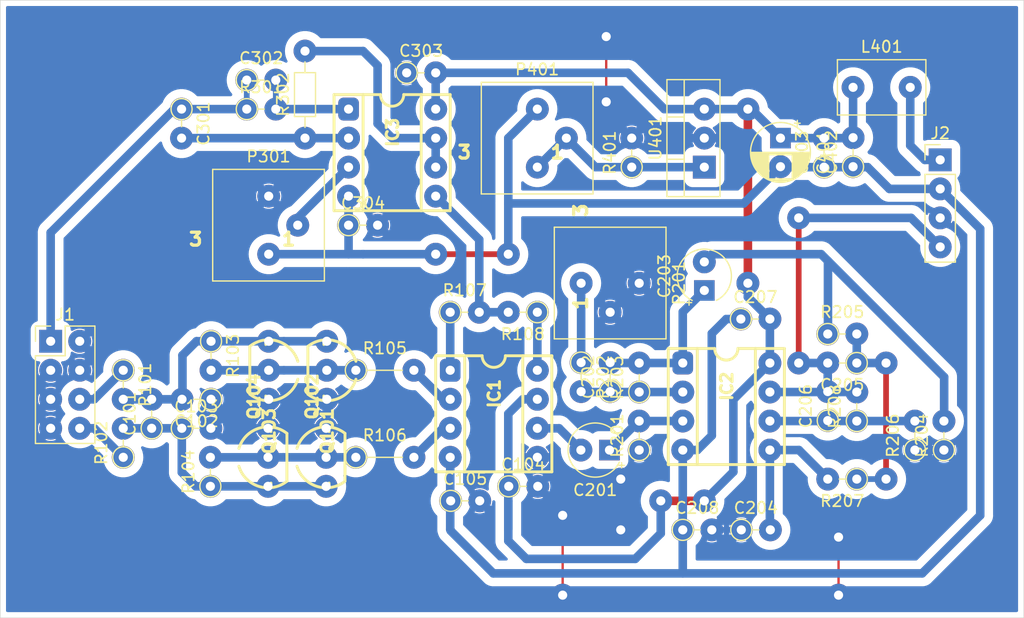
<source format=kicad_pcb>
(kicad_pcb (version 20221018) (generator pcbnew)
  (layers (0 "F.Cu" signal) (31 "B.Cu" signal) (34 "B.Paste" user) (35 "F.Paste" user) (36 "B.SilkS" user "B.Silkscreen") (37 "F.SilkS" user "F.Silkscreen") (38 "B.Mask" user) (39 "F.Mask" user) (44 "Edge.Cuts" user))
  (net 0 "")
  (net 1 "+5V")
  (net 2 "GND")
  (net 3 "VGND")
  (net 4 "RIGHT LEG")
  (net 5 "DC CHECK")
  (net 6 "OUT")
  (net 7 "cha1 +")
  (net 8 "cha1 -")
  (net 9 "VCC")
  (net 10 "Net-(Q102-C)")
  (net 11 "Net-(Q101-C)")
  (net 12 "Net-(C203-Pad2)")
  (net 13 "Net-(C302-Pad2)")
  (net 14 "Net-(P201-Pad1)")
  (net 15 "Net-(U401-ADJ)")
  (net 16 "Net-(Q101-B)")
  (net 17 "Net-(Q102-B)")
  (net 18 "Net-(IC2A-+IN)")
  (net 19 "Net-(IC2A--IN)")
  (net 20 "Net-(IC2A-OUT)")
  (net 21 "Net-(IC2B-+IN)")
  (net 22 "Net-(IC2B--IN)")
  (net 23 "Net-(IC3A--)")
  (net 24 "Net-(IC1-RG)")
  (net 25 "Net-(IC1--IN)")
  (net 26 "Net-(IC1-+IN)")
  (net 27 "Net-(IC1-RG@1)")
  (net 28 "Net-(IC3A-+)")
  (net 29 "Net-(IC3B-+)")
  (net 30 "Net-(IC3B--)")
  (net 31 "Net-(C205-Pad1)")
  (footprint "openEEG:R_Axial_DIN0204_L3.6mm_D1.6mm_P2.54mm_Vertical" (layer "F.Cu") (at 105.735 66.04 180)
    (fp_text reference "R207" (at 1.27 -1.92 180) (layer "F.SilkS"))
    (fp_text value "15k")
    (pad "1" thru_hole circle (at 0 0 180) (size 2 2) (drill 0.8) (layers "*.Cu" "*.Mask") (net 31 "Net-(C205-Pad1)"))
    (pad "2" thru_hole circle (at 2.54 0 180) (size 2 2) (drill 0.8) (layers "*.Cu" "*.Mask") (net 21 "Net-(IC2B-+IN)"))
  )
  (footprint "openEEG:R_Axial_DIN0204_L3.6mm_D1.6mm_P5.08mm_Vertical" (layer "F.Cu") (at 61.92 56.515)
    (fp_text reference "R105" (at 2.54 -1.92) (layer "F.SilkS"))
    (fp_text value "2k2")
    (pad "1" thru_hole circle (at 0 0) (size 2 2) (drill 0.8) (layers "*.Cu" "*.Mask") (net 16 "Net-(Q101-B)"))
    (pad "2" thru_hole circle (at 5.08 0) (size 2 2) (drill 0.8) (layers "*.Cu" "*.Mask") (net 25 "Net-(IC1--IN)"))
  )
  (footprint "openEEG:TO92alinhado" (layer "F.Cu") (at 54.2425 64.135 90)
    (fp_text reference "Q104" (at 3.175 -0.635 90) (layer "F.SilkS") (effects (font (size 1.016 1.016) (thickness 0.254)) (justify left bottom)))
    (fp_text value "BC557")
    (pad "1" thru_hole circle (at 2.54 0 90) (size 2 2) (drill 0.8) (layers "*.Cu" "*.Mask") (net 3 "VGND"))
    (pad "2" thru_hole circle (at 0 0 90) (size 2 2) (drill 0.8) (layers "*.Cu" "*.Mask") (net 17 "Net-(Q102-B)"))
    (pad "3" thru_hole circle (at -2.54 0 90) (size 2 2) (drill 0.8) (layers "*.Cu" "*.Mask") (net 10 "Net-(Q102-C)"))
  )
  (footprint "openEEG:R_Axial_DIN0204_L3.6mm_D1.6mm_P5.08mm_Vertical" (layer "F.Cu") (at 61.92 64.135)
    (fp_text reference "R106" (at 2.54 -1.92) (layer "F.SilkS"))
    (fp_text value "2k2")
    (pad "1" thru_hole circle (at 0 0) (size 2 2) (drill 0.8) (layers "*.Cu" "*.Mask") (net 17 "Net-(Q102-B)"))
    (pad "2" thru_hole circle (at 5.08 0) (size 2 2) (drill 0.8) (layers "*.Cu" "*.Mask") (net 26 "Net-(IC1-+IN)"))
  )
  (footprint "openEEG:R_Axial_DIN0204_L3.6mm_D1.6mm_P2.54mm_Vertical" (layer "F.Cu") (at 46.7 61.595)
    (fp_text reference "C103" (at 1.27 -1.92) (layer "F.SilkS"))
    (fp_text value "100pF")
    (pad "1" thru_hole circle (at 0 0) (size 2 2) (drill 0.8) (layers "*.Cu" "*.Mask") (net 10 "Net-(Q102-C)"))
    (pad "2" thru_hole circle (at 2.54 0) (size 2 2) (drill 0.8) (layers "*.Cu" "*.Mask") (net 3 "VGND"))
  )
  (footprint "openEEG:R_Axial_DIN0204_L3.6mm_D1.6mm_P2.54mm_Vertical" (layer "F.Cu") (at 103.195 53.34)
    (fp_text reference "R205" (at 1.27 -1.92) (layer "F.SilkS"))
    (fp_text value "10k")
    (pad "1" thru_hole circle (at 0 0) (size 2 2) (drill 0.8) (layers "*.Cu" "*.Mask") (net 12 "Net-(C203-Pad2)"))
    (pad "2" thru_hole circle (at 2.54 0) (size 2 2) (drill 0.8) (layers "*.Cu" "*.Mask") (net 31 "Net-(C205-Pad1)"))
  )
  (footprint "openEEG:Potentiometer_Bourns_3386P_Vertical" (layer "F.Cu") (at 54.3 46.355)
    (fp_text reference "P301" (at -0.015 -8.555) (layer "F.SilkS"))
    (fp_text value "20k")
    (fp_text user "1" (at 1.016 -0.635) (layer "F.SilkS") (effects (font (size 1.13792 1.13792) (thickness 0.28448)) (justify left bottom)))
    (fp_text user "3" (at -7.112 -0.635) (layer "F.SilkS") (effects (font (size 1.13792 1.13792) (thickness 0.28448)) (justify left bottom)))
    (pad "1" thru_hole circle (at 0 0) (size 2 2) (drill 0.8) (layers "*.Cu" "*.Mask") (net 2 "GND"))
    (pad "2" thru_hole circle (at 2.54 -2.54) (size 2 2) (drill 0.8) (layers "*.Cu" "*.Mask") (net 28 "Net-(IC3A-+)"))
    (pad "3" thru_hole circle (at 0 -5.08) (size 2 2) (drill 0.8) (layers "*.Cu" "*.Mask") (net 3 "VGND"))
  )
  (footprint "openEEG:R_Axial_DIN0204_L3.6mm_D1.6mm_P2.54mm_Vertical" (layer "F.Cu") (at 66.365 30.48)
    (fp_text reference "C303" (at 1.27 -1.92) (layer "F.SilkS"))
    (fp_text value "100nF")
    (pad "1" thru_hole circle (at 0 0) (size 2 2) (drill 0.8) (layers "*.Cu" "*.Mask") (net 3 "VGND"))
    (pad "2" thru_hole circle (at 2.54 0) (size 2 2) (drill 0.8) (layers "*.Cu" "*.Mask") (net 1 "+5V"))
  )
  (footprint "openEEG:R_Axial_DIN0204_L3.6mm_D1.6mm_P2.54mm_Vertical" (layer "F.Cu") (at 86.705 58.42 90)
    (fp_text reference "R203" (at 1.27 -1.92 90) (layer "F.SilkS"))
    (fp_text value "100k")
    (pad "1" thru_hole circle (at 0 0 90) (size 2 2) (drill 0.8) (layers "*.Cu" "*.Mask") (net 19 "Net-(IC2A--IN)"))
    (pad "2" thru_hole circle (at 2.54 0 90) (size 2 2) (drill 0.8) (layers "*.Cu" "*.Mask") (net 20 "Net-(IC2A-OUT)"))
  )
  (footprint "openEEG:PinHeader_1x04_P2.54mm_Vertical" (layer "F.Cu") (at 113.03 38.1)
    (fp_text reference "J2" (at 0 -2.33) (layer "F.SilkS"))
    (fp_text value "Arduino")
    (pad "1" thru_hole rect (at 0 0) (size 2 2) (drill 0.8) (layers "*.Cu" "*.Mask") (net 9 "VCC"))
    (pad "2" thru_hole circle (at 0 2.54) (size 2 2) (drill 0.8) (layers "*.Cu" "*.Mask") (net 2 "GND"))
    (pad "3" thru_hole circle (at 0 5.08) (size 2 2) (drill 0.8) (layers "*.Cu" "*.Mask") (net 3 "VGND"))
    (pad "4" thru_hole circle (at 0 7.62) (size 2 2) (drill 0.8) (layers "*.Cu" "*.Mask") (net 6 "OUT"))
  )
  (footprint "openEEG:R_Axial_DIN0204_L3.6mm_D1.6mm_P2.54mm_Vertical" (layer "F.Cu") (at 46.68 33.655 -90)
    (fp_text reference "C301" (at 1.27 -1.92 -90) (layer "F.SilkS"))
    (fp_text value "1nF")
    (pad "1" thru_hole circle (at 0 0 270) (size 2 2) (drill 0.8) (layers "*.Cu" "*.Mask") (net 4 "RIGHT LEG"))
    (pad "2" thru_hole circle (at 2.54 0 270) (size 2 2) (drill 0.8) (layers "*.Cu" "*.Mask") (net 23 "Net-(IC3A--)"))
  )
  (footprint "openEEG:R_Axial_DIN0204_L3.6mm_D1.6mm_P2.54mm_Vertical" (layer "F.Cu") (at 52.38 31.115)
    (fp_text reference "C302" (at 1.27 -1.92) (layer "F.SilkS"))
    (fp_text value "1nF")
    (pad "1" thru_hole circle (at 0 0) (size 2 2) (drill 0.8) (layers "*.Cu" "*.Mask") (net 4 "RIGHT LEG"))
    (pad "2" thru_hole circle (at 2.54 0) (size 2 2) (drill 0.8) (layers "*.Cu" "*.Mask") (net 13 "Net-(C302-Pad2)"))
  )
  (footprint "openEEG:R_Axial_DIN0204_L3.6mm_D1.6mm_P2.54mm_Vertical" (layer "F.Cu") (at 95.635 70.485)
    (fp_text reference "C204" (at 1.27 -1.92) (layer "F.SilkS"))
    (fp_text value "220nF 5%")
    (pad "1" thru_hole circle (at 0 0) (size 2 2) (drill 0.8) (layers "*.Cu" "*.Mask") (net 3 "VGND"))
    (pad "2" thru_hole circle (at 2.54 0) (size 2 2) (drill 0.8) (layers "*.Cu" "*.Mask") (net 21 "Net-(IC2B-+IN)"))
  )
  (footprint "openEEG:R_Axial_DIN0204_L3.6mm_D1.6mm_P2.54mm_Vertical" (layer "F.Cu") (at 110.815 63.5 90)
    (fp_text reference "R206" (at 1.27 -1.92 90) (layer "F.SilkS"))
    (fp_text value "8.2k")
    (pad "1" thru_hole circle (at 0 0 90) (size 2 2) (drill 0.8) (layers "*.Cu" "*.Mask") (net 3 "VGND"))
    (pad "2" thru_hole circle (at 2.54 0 90) (size 2 2) (drill 0.8) (layers "*.Cu" "*.Mask") (net 22 "Net-(IC2B--IN)"))
  )
  (footprint "openEEG:PinHeader_2x04_P2.54mm_Vertical" (layer "F.Cu") (at 35.23 53.975)
    (fp_text reference "J1" (at 1.27 -2.33) (layer "F.SilkS"))
    (fp_text value "Eletrodos")
    (pad "1" thru_hole rect (at 0 0) (size 2 2) (drill 0.8) (layers "*.Cu" "*.Mask") (net 4 "RIGHT LEG"))
    (pad "2" thru_hole circle (at 2.54 0) (size 2 2) (drill 0.8) (layers "*.Cu" "*.Mask") (net 3 "VGND"))
    (pad "3" thru_hole circle (at 0 2.54) (size 2 2) (drill 0.8) (layers "*.Cu" "*.Mask") (net 3 "VGND"))
    (pad "4" thru_hole circle (at 2.54 2.54) (size 2 2) (drill 0.8) (layers "*.Cu" "*.Mask") (net 3 "VGND"))
    (pad "5" thru_hole circle (at 0 5.08) (size 2 2) (drill 0.8) (layers "*.Cu" "*.Mask") (net 3 "VGND"))
    (pad "6" thru_hole circle (at 2.54 5.08) (size 2 2) (drill 0.8) (layers "*.Cu" "*.Mask") (net 8 "cha1 -"))
    (pad "7" thru_hole circle (at 0 7.62) (size 2 2) (drill 0.8) (layers "*.Cu" "*.Mask") (net 3 "VGND"))
    (pad "8" thru_hole circle (at 2.54 7.62) (size 2 2) (drill 0.8) (layers "*.Cu" "*.Mask") (net 7 "cha1 +"))
  )
  (footprint "openEEG:R_Axial_DIN0204_L3.6mm_D1.6mm_P2.54mm_Vertical" (layer "F.Cu") (at 86.05 38.735 90)
    (fp_text reference "R401" (at 1.27 -1.92 90) (layer "F.SilkS"))
    (fp_text value "100")
    (pad "1" thru_hole circle (at 0 0 90) (size 2 2) (drill 0.8) (layers "*.Cu" "*.Mask") (net 15 "Net-(U401-ADJ)"))
    (pad "2" thru_hole circle (at 2.54 0 90) (size 2 2) (drill 0.8) (layers "*.Cu" "*.Mask") (net 3 "VGND"))
  )
  (footprint "openEEG:R_Axial_DIN0204_L3.6mm_D1.6mm_P2.54mm_Vertical" (layer "F.Cu") (at 49.2 66.675 90)
    (fp_text reference "R104" (at 1.27 -1.92 90) (layer "F.SilkS"))
    (fp_text value "2k2")
    (pad "1" thru_hole circle (at 0 0 90) (size 2 2) (drill 0.8) (layers "*.Cu" "*.Mask") (net 10 "Net-(Q102-C)"))
    (pad "2" thru_hole circle (at 2.54 0 90) (size 2 2) (drill 0.8) (layers "*.Cu" "*.Mask") (net 17 "Net-(Q102-B)"))
  )
  (footprint "openEEG:R_Axial_DIN0204_L3.6mm_D1.6mm_P2.54mm_Vertical" (layer "F.Cu") (at 113.355 63.5 90)
    (fp_text reference "R204" (at 1.27 -1.92 90) (layer "F.SilkS"))
    (fp_text value "1M")
    (pad "1" thru_hole circle (at 0 0 90) (size 2 2) (drill 0.8) (layers "*.Cu" "*.Mask") (net 3 "VGND"))
    (pad "2" thru_hole circle (at 2.54 0 90) (size 2 2) (drill 0.8) (layers "*.Cu" "*.Mask") (net 12 "Net-(C203-Pad2)"))
  )
  (footprint "openEEG:Potentiometer_Bourns_3386P_Vertical" (layer "F.Cu") (at 77.795 38.735)
    (fp_text reference "P401" (at -0.015 -8.555) (layer "F.SilkS"))
    (fp_text value "20k")
    (fp_text user "1" (at 1.016 -0.635) (layer "F.SilkS") (effects (font (size 1.13792 1.13792) (thickness 0.28448)) (justify left bottom)))
    (fp_text user "3" (at -7.112 -0.635) (layer "F.SilkS") (effects (font (size 1.13792 1.13792) (thickness 0.28448)) (justify left bottom)))
    (pad "1" thru_hole circle (at 0 0) (size 2 2) (drill 0.8) (layers "*.Cu" "*.Mask") (net 15 "Net-(U401-ADJ)"))
    (pad "2" thru_hole circle (at 2.54 -2.54) (size 2 2) (drill 0.8) (layers "*.Cu" "*.Mask") (net 15 "Net-(U401-ADJ)"))
    (pad "3" thru_hole circle (at 0 -5.08) (size 2 2) (drill 0.8) (layers "*.Cu" "*.Mask") (net 2 "GND"))
  )
  (footprint "openEEG:TO92alinhado" (layer "F.Cu") (at 54.3 56.515 -90)
    (fp_text reference "Q103" (at 3.175 -0.635 90) (layer "F.SilkS") (effects (font (size 1.016 1.016) (thickness 0.254)) (justify right bottom)))
    (fp_text value "BC557")
    (pad "1" thru_hole circle (at 2.54 0 270) (size 2 2) (drill 0.8) (layers "*.Cu" "*.Mask") (net 3 "VGND"))
    (pad "2" thru_hole circle (at 0 0 270) (size 2 2) (drill 0.8) (layers "*.Cu" "*.Mask") (net 16 "Net-(Q101-B)"))
    (pad "3" thru_hole circle (at -2.54 0 270) (size 2 2) (drill 0.8) (layers "*.Cu" "*.Mask") (net 11 "Net-(Q101-C)"))
  )
  (footprint "openEEG:TO92alinhado" (layer "F.Cu") (at 59.3225 64.135 90)
    (fp_text reference "Q102" (at 3.175 -0.635 90) (layer "F.SilkS") (effects (font (size 1.016 1.016) (thickness 0.254)) (justify left bottom)))
    (fp_text value "BC547")
    (pad "1" thru_hole circle (at 2.54 0 90) (size 2 2) (drill 0.8) (layers "*.Cu" "*.Mask") (net 3 "VGND"))
    (pad "2" thru_hole circle (at 0 0 90) (size 2 2) (drill 0.8) (layers "*.Cu" "*.Mask") (net 17 "Net-(Q102-B)"))
    (pad "3" thru_hole circle (at -2.54 0 90) (size 2 2) (drill 0.8) (layers "*.Cu" "*.Mask") (net 10 "Net-(Q102-C)"))
  )
  (footprint "openEEG:R_Axial_DIN0204_L3.6mm_D1.6mm_P2.54mm_Vertical" (layer "F.Cu") (at 49.2575 53.975 -90)
    (fp_text reference "R103" (at 1.27 -1.92 -90) (layer "F.SilkS"))
    (fp_text value "2k2")
    (pad "1" thru_hole circle (at 0 0 270) (size 2 2) (drill 0.8) (layers "*.Cu" "*.Mask") (net 11 "Net-(Q101-C)"))
    (pad "2" thru_hole circle (at 2.54 0 270) (size 2 2) (drill 0.8) (layers "*.Cu" "*.Mask") (net 16 "Net-(Q101-B)"))
  )
  (footprint "openEEG:R_Axial_DIN0204_L3.6mm_D1.6mm_P2.54mm_Vertical" (layer "F.Cu") (at 70.175 51.435)
    (fp_text reference "R107" (at 1.27 -1.92) (layer "F.SilkS"))
    (fp_text value "2k2")
    (pad "1" thru_hole circle (at 0 0) (size 2 2) (drill 0.8) (layers "*.Cu" "*.Mask") (net 24 "Net-(IC1-RG)"))
    (pad "2" thru_hole circle (at 2.54 0) (size 2 2) (drill 0.8) (layers "*.Cu" "*.Mask") (net 29 "Net-(IC3B-+)"))
  )
  (footprint "openEEG:R_Axial_DIN0204_L3.6mm_D1.6mm_P2.54mm_Vertical" (layer "F.Cu") (at 84.165 58.38 90)
    (fp_text reference "C202" (at 1.27 -1.92 90) (layer "F.SilkS"))
    (fp_text value "1nF")
    (pad "1" thru_hole circle (at 0 0 90) (size 2 2) (drill 0.8) (layers "*.Cu" "*.Mask") (net 19 "Net-(IC2A--IN)"))
    (pad "2" thru_hole circle (at 2.54 0 90) (size 2 2) (drill 0.8) (layers "*.Cu" "*.Mask") (net 20 "Net-(IC2A-OUT)"))
  )
  (footprint "openEEG:Potentiometer_Bourns_3386P_Vertical" (layer "F.Cu") (at 81.625 48.895 -90)
    (fp_text reference "P201" (at -0.015 -8.555 90) (layer "F.SilkS"))
    (fp_text value "20k")
    (fp_text user "1" (at 1.016 -0.635 90) (layer "F.SilkS") (effects (font (size 1.13792 1.13792) (thickness 0.28448)) (justify right bottom)))
    (fp_text user "3" (at -7.112 -0.635 90) (layer "F.SilkS") (effects (font (size 1.13792 1.13792) (thickness 0.28448)) (justify right bottom)))
    (pad "1" thru_hole circle (at 0 0 270) (size 2 2) (drill 0.8) (layers "*.Cu" "*.Mask") (net 14 "Net-(P201-Pad1)"))
    (pad "2" thru_hole circle (at 2.54 -2.54 270) (size 2 2) (drill 0.8) (layers "*.Cu" "*.Mask") (net 3 "VGND"))
    (pad "3" thru_hole circle (at 0 -5.08 270) (size 2 2) (drill 0.8) (layers "*.Cu" "*.Mask") (net 3 "VGND"))
  )
  (footprint "openEEG:R_Axial_DIN0204_L3.6mm_D1.6mm_P2.54mm_Vertical" (layer "F.Cu") (at 44.0625 61.595 90)
    (fp_text reference "C101" (at 1.27 -1.92 90) (layer "F.SilkS"))
    (fp_text value "10pF")
    (pad "1" thru_hole circle (at 0 0 90) (size 2 2) (drill 0.8) (layers "*.Cu" "*.Mask") (net 10 "Net-(Q102-C)"))
    (pad "2" thru_hole circle (at 2.54 0 90) (size 2 2) (drill 0.8) (layers "*.Cu" "*.Mask") (net 11 "Net-(Q101-C)"))
  )
  (footprint "openEEG:CP_Radial_Tantal_D4.5mm_P2.50mm" (layer "F.Cu") (at 92.4 49.53 90)
    (fp_text reference "C203" (at 1.25 -3.5 90) (layer "F.SilkS"))
    (fp_text value "1µF")
    (pad "1" thru_hole rect (at 0 0 90) (size 1.8 1.8) (drill 0.8) (layers "*.Cu" "*.Mask") (net 20 "Net-(IC2A-OUT)"))
    (pad "2" thru_hole circle (at 2.5 0 90) (size 2 2) (drill 0.8) (layers "*.Cu" "*.Mask") (net 12 "Net-(C203-Pad2)"))
  )
  (footprint "openEEG:CP_Radial_D5.0mm_P2.50mm" (layer "F.Cu") (at 99.06 36.195 -90)
    (fp_text reference "C401" (at 1.25 -3.75 90) (layer "F.SilkS"))
    (fp_text value "47µF")
    (pad "1" thru_hole rect (at 0 0 270) (size 1.8 1.8) (drill 0.8) (layers "*.Cu" "*.Mask") (net 1 "+5V"))
    (pad "2" thru_hole circle (at 2.5 0 270) (size 2 2) (drill 0.8) (layers "*.Cu" "*.Mask") (net 2 "GND"))
  )
  (footprint "openEEG:R_Axial_DIN0204_L3.6mm_D1.6mm_P7.62mm_Horizontal" (layer "F.Cu") (at 57.475 36.195 90)
    (fp_text reference "R302" (at 3.81 -1.92 90) (layer "F.SilkS"))
    (fp_text value "10k")
    (pad "1" thru_hole circle (at 0 0 90) (size 2 2) (drill 0.8) (layers "*.Cu" "*.Mask") (net 23 "Net-(IC3A--)"))
    (pad "2" thru_hole circle (at 7.62 0 90) (size 2 2) (drill 0.8) (layers "*.Cu" "*.Mask") (net 30 "Net-(IC3B--)"))
  )
  (footprint "openEEG:CP_Radial_Tantal_D4.5mm_P2.50mm" (layer "F.Cu") (at 84.103856 63.5 180)
    (fp_text reference "C201" (at 1.25 -3.5 180) (layer "F.SilkS"))
    (fp_text value "1µF")
    (pad "1" thru_hole rect (at 0 0 180) (size 1.8 1.8) (drill 0.8) (layers "*.Cu" "*.Mask") (net 18 "Net-(IC2A-+IN)"))
    (pad "2" thru_hole circle (at 2.5 0 180) (size 2 2) (drill 0.8) (layers "*.Cu" "*.Mask") (net 5 "DC CHECK"))
  )
  (footprint "openEEG:R_Axial_DIN0204_L3.6mm_D1.6mm_P2.54mm_Vertical" (layer "F.Cu") (at 81.625 55.84 -90)
    (fp_text reference "R202" (at 1.27 -1.92 -90) (layer "F.SilkS"))
    (fp_text value "1k")
    (pad "1" thru_hole circle (at 0 0 270) (size 2 2) (drill 0.8) (layers "*.Cu" "*.Mask") (net 14 "Net-(P201-Pad1)"))
    (pad "2" thru_hole circle (at 2.54 0 270) (size 2 2) (drill 0.8) (layers "*.Cu" "*.Mask") (net 19 "Net-(IC2A--IN)"))
  )
  (footprint "openEEG:R_Axial_DIN0204_L3.6mm_D1.6mm_P2.54mm_Vertical" (layer "F.Cu") (at 41.58 56.515 -90)
    (fp_text reference "R101" (at 1.27 -1.92 -90) (layer "F.SilkS"))
    (fp_text value "2k2")
    (pad "1" thru_hole circle (at 0 0 270) (size 2 2) (drill 0.8) (layers "*.Cu" "*.Mask") (net 8 "cha1 -"))
    (pad "2" thru_hole circle (at 2.54 0 270) (size 2 2) (drill 0.8) (layers "*.Cu" "*.Mask") (net 11 "Net-(Q101-C)"))
  )
  (footprint "openEEG:R_Axial_DIN0204_L3.6mm_D1.6mm_P2.54mm_Vertical" (layer "F.Cu") (at 105.735 60.96 90)
    (fp_text reference "R208" (at 1.27 -1.92 90) (layer "F.SilkS"))
    (fp_text value "100k")
    (pad "1" thru_hole circle (at 0 0 90) (size 2 2) (drill 0.8) (layers "*.Cu" "*.Mask") (net 22 "Net-(IC2B--IN)"))
    (pad "2" thru_hole circle (at 2.54 0 90) (size 2 2) (drill 0.8) (layers "*.Cu" "*.Mask") (net 6 "OUT"))
  )
  (footprint "openEEG:L_Radial_L7.5mm_W4.6mm_P5.00mm_Neosid_SD75" (layer "F.Cu") (at 105.41 31.75)
    (fp_text reference "L401" (at 2.5 -3.55) (layer "F.SilkS"))
    (fp_text value "22µH")
    (pad "1" thru_hole circle (at 0 0) (size 2 2) (drill 0.8) (layers "*.Cu" "*.Mask") (net 1 "+5V"))
    (pad "2" thru_hole circle (at 5 0) (size 2 2) (drill 0.8) (layers "*.Cu" "*.Mask") (net 9 "VCC"))
  )
  (footprint "openEEG:R_Axial_DIN0204_L3.6mm_D1.6mm_P2.54mm_Vertical" (layer "F.Cu") (at 77.795 51.435 180)
    (fp_text reference "R108" (at 1.27 -1.92 180) (layer "F.SilkS"))
    (fp_text value "2k2")
    (pad "1" thru_hole circle (at 0 0 180) (size 2 2) (drill 0.8) (layers "*.Cu" "*.Mask") (net 27 "Net-(IC1-RG@1)"))
    (pad "2" thru_hole circle (at 2.54 0 180) (size 2 2) (drill 0.8) (layers "*.Cu" "*.Mask") (net 29 "Net-(IC3B-+)"))
  )
  (footprint "openEEG:R_Axial_DIN0204_L3.6mm_D1.6mm_P2.54mm_Vertical" (layer "F.Cu") (at 102.87 38.735 90)
    (fp_text reference "C403" (at 1.27 -1.92 90) (layer "F.SilkS"))
    (fp_text value "10nF")
    (pad "1" thru_hole circle (at 0 0 90) (size 2 2) (drill 0.8) (layers "*.Cu" "*.Mask") (net 2 "GND"))
    (pad "2" thru_hole circle (at 2.54 0 90) (size 2 2) (drill 0.8) (layers "*.Cu" "*.Mask") (net 1 "+5V"))
  )
  (footprint "openEEG:TO92alinhado" (layer "F.Cu") (at 59.38 56.515 -90)
    (fp_text reference "Q101" (at 3.175 -0.635 90) (layer "F.SilkS") (effects (font (size 1.016 1.016) (thickness 0.254)) (justify right bottom)))
    (fp_text value "BC547")
    (pad "1" thru_hole circle (at 2.54 0 270) (size 2 2) (drill 0.8) (layers "*.Cu" "*.Mask") (net 3 "VGND"))
    (pad "2" thru_hole circle (at 0 0 270) (size 2 2) (drill 0.8) (layers "*.Cu" "*.Mask") (net 16 "Net-(Q101-B)"))
    (pad "3" thru_hole circle (at -2.54 0 270) (size 2 2) (drill 0.8) (layers "*.Cu" "*.Mask") (net 11 "Net-(Q101-C)"))
  )
  (footprint "openEEG:R_Axial_DIN0204_L3.6mm_D1.6mm_P2.54mm_Vertical" (layer "F.Cu") (at 49.2575 59.055 180)
    (fp_text reference "C102" (at 1.27 -1.92 180) (layer "F.SilkS"))
    (fp_text value "100pF")
    (pad "1" thru_hole circle (at 0 0 180) (size 2 2) (drill 0.8) (layers "*.Cu" "*.Mask") (net 3 "VGND"))
    (pad "2" thru_hole circle (at 2.54 0 180) (size 2 2) (drill 0.8) (layers "*.Cu" "*.Mask") (net 11 "Net-(Q101-C)"))
  )
  (footprint "openEEG:R_Axial_DIN0204_L3.6mm_D1.6mm_P2.54mm_Vertical" (layer "F.Cu") (at 105.735 55.88 180)
    (fp_text reference "C205" (at 1.27 -1.92 180) (layer "F.SilkS"))
    (fp_text value "33nF 5%")
    (pad "1" thru_hole circle (at 0 0 180) (size 2 2) (drill 0.8) (layers "*.Cu" "*.Mask") (net 31 "Net-(C205-Pad1)"))
    (pad "2" thru_hole circle (at 2.54 0 180) (size 2 2) (drill 0.8) (layers "*.Cu" "*.Mask") (net 6 "OUT"))
  )
  (footprint "openEEG:R_Axial_DIN0204_L3.6mm_D1.6mm_P2.54mm_Vertical" (layer "F.Cu") (at 70.215 67.945)
    (fp_text reference "C105" (at 1.27 -1.92) (layer "F.SilkS"))
    (fp_text value "100nF")
    (pad "1" thru_hole circle (at 0 0) (size 2 2) (drill 0.8) (layers "*.Cu" "*.Mask") (net 2 "GND"))
    (pad "2" thru_hole circle (at 2.54 0) (size 2 2) (drill 0.8) (layers "*.Cu" "*.Mask") (net 3 "VGND"))
  )
  (footprint "openEEG:R_Axial_DIN0204_L3.6mm_D1.6mm_P2.54mm_Vertical" (layer "F.Cu") (at 86.705 63.5 90)
    (fp_text reference "R201" (at 1.27 -1.92 90) (layer "F.SilkS"))
    (fp_text value "1M")
    (pad "1" thru_hole circle (at 0 0 90) (size 2 2) (drill 0.8) (layers "*.Cu" "*.Mask") (net 3 "VGND"))
    (pad "2" thru_hole circle (at 2.54 0 90) (size 2 2) (drill 0.8) (layers "*.Cu" "*.Mask") (net 18 "Net-(IC2A-+IN)"))
  )
  (footprint "openEEG:R_Axial_DIN0204_L3.6mm_D1.6mm_P2.54mm_Vertical" (layer "F.Cu") (at 95.595 52.03)
    (fp_text reference "C207" (at 1.27 -1.92) (layer "F.SilkS"))
    (fp_text value "100nF")
    (pad "1" thru_hole circle (at 0 0) (size 2 2) (drill 0.8) (layers "*.Cu" "*.Mask") (net 2 "GND"))
    (pad "2" thru_hole circle (at 2.54 0) (size 2 2) (drill 0.8) (layers "*.Cu" "*.Mask") (net 1 "+5V"))
  )
  (footprint "openEEG:R_Axial_DIN0204_L3.6mm_D1.6mm_P2.54mm_Vertical" (layer "F.Cu") (at 41.58 64.135 90)
    (fp_text reference "R102" (at 1.27 -1.92 90) (layer "F.SilkS"))
    (fp_text value "2k2")
    (pad "1" thru_hole circle (at 0 0 90) (size 2 2) (drill 0.8) (layers "*.Cu" "*.Mask") (net 7 "cha1 +"))
    (pad "2" thru_hole circle (at 2.54 0 90) (size 2 2) (drill 0.8) (layers "*.Cu" "*.Mask") (net 10 "Net-(Q102-C)"))
  )
  (footprint "openEEG:DIL-08" (layer "F.Cu") (at 94.325 59.69 -90)
    (fp_text reference "IC2" (at -3.175 -0.635 90) (layer "F.SilkS") (effects (font (size 1.016 1.016) (thickness 0.254)) (justify right bottom)))
    (fp_text value "TLC277P")
    (pad "1" thru_hole roundrect (at -3.81 3.81 270) (size 2 1.8) (drill 0.8) (layers "*.Cu" "*.Mask") (net 20 "Net-(IC2A-OUT)"))
    (pad "2" thru_hole circle (at -1.27 3.81 270) (size 2 2) (drill 0.8) (layers "*.Cu" "*.Mask") (net 19 "Net-(IC2A--IN)"))
    (pad "3" thru_hole circle (at 1.27 3.81 270) (size 2 2) (drill 0.8) (layers "*.Cu" "*.Mask") (net 18 "Net-(IC2A-+IN)"))
    (pad "4" thru_hole circle (at 3.81 3.81 270) (size 2 2) (drill 0.8) (layers "*.Cu" "*.Mask") (net 2 "GND"))
    (pad "5" thru_hole circle (at 3.81 -3.81 270) (size 2 2) (drill 0.8) (layers "*.Cu" "*.Mask") (net 21 "Net-(IC2B-+IN)"))
    (pad "6" thru_hole circle (at 1.27 -3.81 270) (size 2 2) (drill 0.8) (layers "*.Cu" "*.Mask") (net 22 "Net-(IC2B--IN)"))
    (pad "7" thru_hole circle (at -1.27 -3.81 270) (size 2 2) (drill 0.8) (layers "*.Cu" "*.Mask") (net 6 "OUT"))
    (pad "8" thru_hole circle (at -3.81 -3.81 270) (size 2 2) (drill 0.8) (layers "*.Cu" "*.Mask") (net 1 "+5V"))
  )
  (footprint "openEEG:DIL-08" (layer "F.Cu") (at 73.985 60.325 -90)
    (fp_text reference "IC1" (at -3.175 -0.635 90) (layer "F.SilkS") (effects (font (size 1.016 1.016) (thickness 0.254)) (justify right bottom)))
    (fp_text value "INA114P")
    (pad "1" thru_hole roundrect (at -3.81 3.81 270) (size 2 1.8) (drill 0.8) (layers "*.Cu" "*.Mask") (net 24 "Net-(IC1-RG)"))
    (pad "2" thru_hole circle (at -1.27 3.81 270) (size 2 2) (drill 0.8) (layers "*.Cu" "*.Mask") (net 25 "Net-(IC1--IN)"))
    (pad "3" thru_hole circle (at 1.27 3.81 270) (size 2 2) (drill 0.8) (layers "*.Cu" "*.Mask") (net 26 "Net-(IC1-+IN)"))
    (pad "4" thru_hole circle (at 3.81 3.81 270) (size 2 2) (drill 0.8) (layers "*.Cu" "*.Mask") (net 2 "GND"))
    (pad "5" thru_hole circle (at 3.81 -3.81 270) (size 2 2) (drill 0.8) (layers "*.Cu" "*.Mask") (net 3 "VGND"))
    (pad "6" thru_hole circle (at 1.27 -3.81 270) (size 2 2) (drill 0.8) (layers "*.Cu" "*.Mask") (net 5 "DC CHECK"))
    (pad "7" thru_hole circle (at -1.27 -3.81 270) (size 2 2) (drill 0.8) (layers "*.Cu" "*.Mask") (net 1 "+5V"))
    (pad "8" thru_hole circle (at -3.81 -3.81 270) (size 2 2) (drill 0.8) (layers "*.Cu" "*.Mask") (net 27 "Net-(IC1-RG@1)"))
  )
  (footprint "openEEG:R_Axial_DIN0204_L3.6mm_D1.6mm_P2.54mm_Vertical" (layer "F.Cu") (at 61.285 43.815)
    (fp_text reference "C304" (at 1.27 -1.92) (layer "F.SilkS"))
    (fp_text value "100nF")
    (pad "1" thru_hole circle (at 0 0) (size 2 2) (drill 0.8) (layers "*.Cu" "*.Mask") (net 2 "GND"))
    (pad "2" thru_hole circle (at 2.54 0) (size 2 2) (drill 0.8) (layers "*.Cu" "*.Mask") (net 3 "VGND"))
  )
  (footprint "openEEG:TO-220-3_Vertical" (layer "F.Cu") (at 92.4 38.735 90)
    (fp_text reference "U401" (at 2.54 -4.27 90) (layer "F.SilkS"))
    (fp_text value "LM317_TO-220")
    (pad "1" thru_hole rect (at 0 0 90) (size 2 2) (drill 0.8) (layers "*.Cu" "*.Mask") (net 15 "Net-(U401-ADJ)"))
    (pad "2" thru_hole circle (at 2.54 0 90) (size 2 2) (drill 0.8) (layers "*.Cu" "*.Mask") (net 3 "VGND"))
    (pad "3" thru_hole circle (at 5.08 0 90) (size 2 2) (drill 0.8) (layers "*.Cu" "*.Mask") (net 1 "+5V"))
  )
  (footprint "openEEG:R_Axial_DIN0204_L3.6mm_D1.6mm_P2.54mm_Vertical" (layer "F.Cu") (at 75.295 66.675)
    (fp_text reference "C104" (at 1.27 -1.92) (layer "F.SilkS"))
    (fp_text value "100nF")
    (pad "1" thru_hole circle (at 0 0) (size 2 2) (drill 0.8) (layers "*.Cu" "*.Mask") (net 1 "+5V"))
    (pad "2" thru_hole circle (at 2.54 0) (size 2 2) (drill 0.8) (layers "*.Cu" "*.Mask") (net 3 "VGND"))
  )
  (footprint "openEEG:R_Axial_DIN0204_L3.6mm_D1.6mm_P2.54mm_Vertical" (layer "F.Cu") (at 90.515 70.485)
    (fp_text reference "C208" (at 1.27 -1.92) (layer "F.SilkS"))
    (fp_text value "100nF")
    (pad "1" thru_hole circle (at 0 0) (size 2 2) (drill 0.8) (layers "*.Cu" "*.Mask") (net 2 "GND"))
    (pad "2" thru_hole circle (at 2.54 0) (size 2 2) (drill 0.8) (layers "*.Cu" "*.Mask") (net 3 "VGND"))
  )
  (footprint "openEEG:R_Axial_DIN0204_L3.6mm_D1.6mm_P2.54mm_Vertical" (layer "F.Cu") (at 103.195 60.92 90)
    (fp_text reference "C206" (at 1.27 -1.92 90) (layer "F.SilkS"))
    (fp_text value "1nF")
    (pad "1" thru_hole circle (at 0 0 90) (size 2 2) (drill 0.8) (layers "*.Cu" "*.Mask") (net 22 "Net-(IC2B--IN)"))
    (pad "2" thru_hole circle (at 2.54 0 90) (size 2 2) (drill 0.8) (layers "*.Cu" "*.Mask") (net 6 "OUT"))
  )
  (footprint "openEEG:R_Axial_DIN0204_L3.6mm_D1.6mm_P2.54mm_Vertical" (layer "F.Cu") (at 52.38 33.655)
    (fp_text reference "R301" (at 1.27 -1.92) (layer "F.SilkS"))
    (fp_text value "200k")
    (pad "1" thru_hole circle (at 0 0) (size 2 2) (drill 0.8) (layers "*.Cu" "*.Mask") (net 4 "RIGHT LEG"))
    (pad "2" thru_hole circle (at 2.54 0) (size 2 2) (drill 0.8) (layers "*.Cu" "*.Mask") (net 13 "Net-(C302-Pad2)"))
  )
  (footprint "openEEG:R_Axial_DIN0204_L3.6mm_D1.6mm_P2.54mm_Vertical" (layer "F.Cu") (at 105.41 38.695 90)
    (fp_text reference "C402" (at 1.27 -1.92 90) (layer "F.SilkS"))
    (fp_text value "100nF")
    (pad "1" thru_hole circle (at 0 0 90) (size 2 2) (drill 0.8) (layers "*.Cu" "*.Mask") (net 2 "GND"))
    (pad "2" thru_hole circle (at 2.54 0 90) (size 2 2) (drill 0.8) (layers "*.Cu" "*.Mask") (net 1 "+5V"))
  )
  (footprint "openEEG:DIL-08" (layer "F.Cu") (at 65.095 37.465 -90)
    (fp_text reference "IC3" (at -3.175 -0.635 90) (layer "F.SilkS") (effects (font (size 1.016 1.016) (thickness 0.254)) (justify right bottom)))
    (fp_text value "TLC277")
    (pad "1" thru_hole roundrect (at -3.81 3.81 270) (size 2 1.8) (drill 0.8) (layers "*.Cu" "*.Mask") (net 13 "Net-(C302-Pad2)"))
    (pad "2" thru_hole circle (at -1.27 3.81 270) (size 2 2) (drill 0.8) (layers "*.Cu" "*.Mask") (net 23 "Net-(IC3A--)"))
    (pad "3" thru_hole circle (at 1.27 3.81 270) (size 2 2) (drill 0.8) (layers "*.Cu" "*.Mask") (net 28 "Net-(IC3A-+)"))
    (pad "4" thru_hole circle (at 3.81 3.81 270) (size 2 2) (drill 0.8) (layers "*.Cu" "*.Mask") (net 2 "GND"))
    (pad "5" thru_hole circle (at 3.81 -3.81 270) (size 2 2) (drill 0.8) (layers "*.Cu" "*.Mask") (net 29 "Net-(IC3B-+)"))
    (pad "6" thru_hole circle (at 1.27 -3.81 270) (size 2 2) (drill 0.8) (layers "*.Cu" "*.Mask") (net 30 "Net-(IC3B--)"))
    (pad "7" thru_hole circle (at -1.27 -3.81 270) (size 2 2) (drill 0.8) (layers "*.Cu" "*.Mask") (net 30 "Net-(IC3B--)"))
    (pad "8" thru_hole circle (at -3.81 -3.81 270) (size 2 2) (drill 0.8) (layers "*.Cu" "*.Mask") (net 1 "+5V"))
  )
  (gr_rect (start 30.824237 24.13) (end 120.342202 78.185964) (stroke (width 0.05)) (fill none) (layer "Edge.Cuts"))
  (segment (start 88.59 67.945) (end 92.4 67.945) (width 0.75) (layer "F.Cu") (net 1))
  (segment (start 96.21 48.895) (end 96.21 33.655) (width 0.75) (layer "F.Cu") (net 1))
  (via (at 96.21 33.655) (size 2) (drill 0.8) (layers "F.Cu" "B.Cu") (net 1))
  (via (at 88.59 67.945) (size 2) (drill 0.8) (layers "F.Cu" "B.Cu") (net 1))
  (via (at 96.21 48.895) (size 2) (drill 0.8) (layers "F.Cu" "B.Cu") (net 1))
  (via (at 92.4 67.945) (size 2) (drill 0.8) (layers "F.Cu" "B.Cu") (net 1))
  (segment (start 99.06 36.195) (end 96.52 33.655) (width 0.75) (layer "B.Cu") (net 1))
  (segment (start 98.135 52.07) (end 98.095 52.03) (width 1) (layer "B.Cu") (net 1))
  (segment (start 85.725 30.48) (end 68.905 30.48) (width 0.75) (layer "B.Cu") (net 1))
  (segment (start 75.255 71.445) (end 75.255 67.945) (width 0.75) (layer "B.Cu") (net 1))
  (segment (start 75.295 70.485) (end 75.295 69.255) (width 0.5) (layer "B.Cu") (net 1))
  (segment (start 105.41 36.155) (end 105.37 36.195) (width 0.75) (layer "B.Cu") (net 1))
  (segment (start 68.905 30.48) (end 68.905 33.655) (width 0.75) (layer "B.Cu") (net 1))
  (segment (start 88.59 67.945) (end 88.59 70.795) (width 0.75) (layer "B.Cu") (net 1))
  (segment (start 98.135 55.88) (end 98.135 52.07) (width 0.75) (layer "B.Cu") (net 1))
  (segment (start 75.255 70.445) (end 75.255 67.945) (width 0.75) (layer "B.Cu") (net 1))
  (segment (start 92.4 67.945) (end 94.94 65.405) (width 0.75) (layer "B.Cu") (net 1))
  (segment (start 94.94 65.405) (end 94.94 59.075) (width 0.75) (layer "B.Cu") (net 1))
  (segment (start 94.94 59.075) (end 98.135 55.88) (width 0.75) (layer "B.Cu") (net 1))
  (segment (start 88.59 70.795) (end 86.36 73.025) (width 0.75) (layer "B.Cu") (net 1))
  (segment (start 75.255 67.945) (end 75.255 60.325) (width 0.75) (layer "B.Cu") (net 1))
  (segment (start 105.37 36.195) (end 99.06 36.195) (width 0.75) (layer "B.Cu") (net 1))
  (segment (start 105.49 36.115) (end 105.41 36.195) (width 0.75) (layer "B.Cu") (net 1))
  (segment (start 76.525 59.055) (end 77.795 59.055) (width 0.75) (layer "B.Cu") (net 1))
  (segment (start 96.52 33.655) (end 88.9 33.655) (width 0.75) (layer "B.Cu") (net 1))
  (segment (start 86.36 73.025) (end 76.835 73.025) (width 0.75) (layer "B.Cu") (net 1))
  (segment (start 96.21 50.105) (end 98.135 52.03) (width 0.75) (layer "B.Cu") (net 1))
  (segment (start 105.41 32.695) (end 105.41 36.155) (width 0.75) (layer "B.Cu") (net 1))
  (segment (start 76.835 73.025) (end 75.255 71.445) (width 0.75) (layer "B.Cu") (net 1))
  (segment (start 96.21 48.895) (end 96.21 50.105) (width 0.75) (layer "B.Cu") (net 1))
  (segment (start 105.45 36.155) (end 105.41 36.195) (width 0.75) (layer "B.Cu") (net 1))
  (segment (start 75.255 60.325) (end 76.525 59.055) (width 0.75) (layer "B.Cu") (net 1))
  (segment (start 88.9 33.655) (end 85.725 30.48) (width 0.75) (layer "B.Cu") (net 1))
  (segment (start 68.905 46.355) (end 75.255 46.355) (width 0.5) (layer "F.Cu") (net 2))
  (via (at 75.255 46.355) (size 2) (drill 0.8) (layers "F.Cu" "B.Cu") (net 2))
  (via (at 68.905 46.355) (size 2) (drill 0.8) (layers "F.Cu" "B.Cu") (net 2))
  (segment (start 93.055 53.3) (end 94.325 52.03) (width 0.75) (layer "B.Cu") (net 2))
  (segment (start 75.255 36.195) (end 77.795 33.655) (width 0.75) (layer "B.Cu") (net 2))
  (segment (start 91.785 63.5) (end 93.055 62.23) (width 0.75) (layer "B.Cu") (net 2))
  (segment (start 61.285 46.355) (end 61.285 43.815) (width 0.75) (layer "B.Cu") (net 2))
  (segment (start 95.845 41.91) (end 75.255 41.91) (width 0.75) (layer "B.Cu") (net 2))
  (segment (start 99.06 38.695) (end 99.1 38.735) (width 0.75) (layer "B.Cu") (net 2))
  (segment (start 113.03 40.64) (end 116.53 44.14) (width 0.75) (layer "B.Cu") (net 2))
  (segment (start 99.1 38.735) (end 106.68 38.735) (width 0.75) (layer "B.Cu") (net 2))
  (segment (start 106.68 38.735) (end 108.585 40.64) (width 0.75) (layer "B.Cu") (net 2))
  (segment (start 73.945 74.295) (end 70.215 70.565) (width 0.75) (layer "B.Cu") (net 2))
  (segment (start 90.515 63.5) (end 91.785 63.5) (width 0.75) (layer "B.Cu") (net 2))
  (segment (start 93.055 62.23) (end 93.055 53.3) (width 0.75) (layer "B.Cu") (net 2))
  (segment (start 75.255 41.91) (end 75.255 36.195) (width 0.75) (layer "B.Cu") (net 2))
  (segment (start 94.325 52.03) (end 95.595 52.03) (width 0.75) (layer "B.Cu") (net 2))
  (segment (start 99.06 38.695) (end 95.845 41.91) (width 0.75) (layer "B.Cu") (net 2))
  (segment (start 70.215 70.485) (end 70.215 69.255) (width 0.5) (layer "B.Cu") (net 2))
  (segment (start 70.175 64.135) (end 70.175 70.445) (width 0.75) (layer "B.Cu") (net 2))
  (segment (start 116.53 69.215) (end 111.45 74.295) (width 0.75) (layer "B.Cu") (net 2))
  (segment (start 90.515 63.5) (end 90.515 67.945) (width 0.75) (layer "B.Cu") (net 2))
  (segment (start 62.555 46.355) (end 54.3 46.355) (width 0.75) (layer "B.Cu") (net 2))
  (segment (start 70.175 70.445) (end 70.215 70.485) (width 0.75) (layer "B.Cu") (net 2))
  (segment (start 90.515 67.945) (end 90.515 74.295) (width 0.75) (layer "B.Cu") (net 2))
  (segment (start 68.905 46.355) (end 62.555 46.355) (width 0.75) (layer "B.Cu") (net 2))
  (segment (start 108.585 40.64) (end 113.03 40.64) (width 0.75) (layer "B.Cu") (net 2))
  (segment (start 111.45 74.295) (end 73.945 74.295) (width 0.75) (layer "B.Cu") (net 2))
  (segment (start 75.255 41.91) (end 75.255 46.355) (width 0.75) (layer "B.Cu") (net 2))
  (segment (start 61.285 41.275) (end 61.285 43.815) (width 0.75) (layer "B.Cu") (net 2))
  (segment (start 116.53 44.14) (end 116.53 69.215) (width 0.75) (layer "B.Cu") (net 2))
  (segment (start 83.82 27.305) (end 83.82 33.02) (width 0.2) (layer "F.Cu") (net 3))
  (segment (start 104.14 76.2) (end 104.14 71.12) (width 0.2) (layer "F.Cu") (net 3))
  (segment (start 80.01 76.2) (end 80.01 69.215) (width 0.2) (layer "F.Cu") (net 3))
  (segment (start 85.09 66.04) (end 85.09 70.485) (width 0.2) (layer "F.Cu") (net 3))
  (via (at 104.14 71.12) (size 2) (drill 0.8) (layers "F.Cu" "B.Cu") (net 3))
  (via (at 104.14 76.2) (size 2) (drill 0.8) (layers "F.Cu" "B.Cu") (net 3))
  (via (at 80.01 69.215) (size 2) (drill 0.8) (layers "F.Cu" "B.Cu") (net 3))
  (via (at 83.82 33.02) (size 2) (drill 0.8) (layers "F.Cu" "B.Cu") (net 3))
  (via (at 80.01 76.2) (size 2) (drill 0.8) (layers "F.Cu" "B.Cu") (net 3))
  (via (at 85.09 70.485) (size 2) (drill 0.8) (layers "F.Cu" "B.Cu") (net 3))
  (via (at 85.09 66.04) (size 2) (drill 0.8) (layers "F.Cu" "B.Cu") (net 3))
  (via (at 83.82 27.305) (size 2) (drill 0.8) (layers "F.Cu" "B.Cu") (net 3))
  (segment (start 92.36 36.155) (end 92.4 36.195) (width 0.75) (layer "B.Cu") (net 3))
  (segment (start 110.815 63.5) (end 113.355 63.5) (width 0.75) (layer "B.Cu") (net 3))
  (segment (start 49.2575 61.5375) (end 49.2 61.595) (width 0.75) (layer "B.Cu") (net 3))
  (segment (start 93.015 70.485) (end 95.635 70.485) (width 0.5) (layer "B.Cu") (net 3))
  (segment (start 35.23 44.47) (end 35.23 53.975) (width 0.75) (layer "B.Cu") (net 4))
  (segment (start 46.005 33.695) (end 35.23 44.47) (width 0.75) (layer "B.Cu") (net 4))
  (segment (start 46.68 33.655) (end 52.38 33.655) (width 0.75) (layer "B.Cu") (net 4))
  (segment (start 52.38 31.115) (end 52.38 33.655) (width 0.5) (layer "B.Cu") (net 4))
  (segment (start 79.7 61.595) (end 81.603856 63.498856) (width 0.75) (layer "B.Cu") (net 5))
  (segment (start 81.603856 63.498856) (end 81.603856 63.5) (width 0.5) (layer "B.Cu") (net 5))
  (segment (start 77.795 61.595) (end 79.7 61.595) (width 0.75) (layer "B.Cu") (net 5))
  (segment (start 100.655 43.18) (end 100.655 55.88) (width 0.5) (layer "F.Cu") (net 6))
  (via (at 100.655 43.18) (size 2) (drill 0.8) (layers "F.Cu" "B.Cu") (net 6))
  (via (at 100.655 55.88) (size 2) (drill 0.8) (layers "F.Cu" "B.Cu") (net 6))
  (segment (start 105.735 58.42) (end 98.135 58.42) (width 0.75) (layer "B.Cu") (net 6))
  (segment (start 100.655 55.88) (end 103.195 55.88) (width 0.75) (layer "B.Cu") (net 6))
  (segment (start 100.655 43.18) (end 110.49 43.18) (width 0.75) (layer "B.Cu") (net 6))
  (segment (start 103.195 55.92) (end 103.235 55.88) (width 0.75) (layer "B.Cu") (net 6))
  (segment (start 110.49 43.18) (end 113.03 45.72) (width 0.75) (layer "B.Cu") (net 6))
  (segment (start 103.195 58.42) (end 103.195 55.92) (width 0.75) (layer "B.Cu") (net 6))
  (segment (start 39.04 61.595) (end 41.58 64.135) (width 0.75) (layer "B.Cu") (net 7))
  (segment (start 37.77 61.595) (end 39.04 61.595) (width 0.75) (layer "B.Cu") (net 7))
  (segment (start 37.77 59.055) (end 39.04 59.055) (width 0.75) (layer "B.Cu") (net 8))
  (segment (start 39.04 59.055) (end 41.58 56.515) (width 0.75) (layer "B.Cu") (net 8))
  (segment (start 110.41 36.83) (end 111.68 38.1) (width 0.75) (layer "B.Cu") (net 9))
  (segment (start 110.41 31.75) (end 110.41 36.83) (width 0.75) (layer "B.Cu") (net 9))
  (segment (start 110.41 36.83) (end 110.45 36.87) (width 0.75) (layer "B.Cu") (net 9))
  (segment (start 111.68 38.1) (end 113.03 38.1) (width 0.75) (layer "B.Cu") (net 9))
  (segment (start 46.7 61.595) (end 41.58 61.595) (width 0.75) (layer "B.Cu") (net 10))
  (segment (start 47.93 66.675) (end 49.2 66.675) (width 0.75) (layer "B.Cu") (net 10))
  (segment (start 59.3225 66.675) (end 55.57 66.675) (width 0.75) (layer "B.Cu") (net 10))
  (segment (start 55.57 66.675) (end 49.2 66.675) (width 0.75) (layer "B.Cu") (net 10))
  (segment (start 46.7 65.445) (end 47.93 66.675) (width 0.75) (layer "B.Cu") (net 10))
  (segment (start 46.7 61.595) (end 46.7 65.445) (width 0.75) (layer "B.Cu") (net 10))
  (segment (start 46.7575 59.055) (end 46.7575 55.205) (width 0.75) (layer "B.Cu") (net 11))
  (segment (start 55.6275 53.975) (end 59.38 53.975) (width 0.75) (layer "B.Cu") (net 11))
  (segment (start 49.2575 53.975) (end 55.6275 53.975) (width 0.75) (layer "B.Cu") (net 11))
  (segment (start 46.7575 55.205) (end 47.9875 53.975) (width 0.75) (layer "B.Cu") (net 11))
  (segment (start 46.7575 59.055) (end 41.58 59.055) (width 0.75) (layer "B.Cu") (net 11))
  (segment (start 47.9875 53.975) (end 49.2575 53.975) (width 0.75) (layer "B.Cu") (net 11))
  (segment (start 93.075 46.355) (end 92.4 47.03) (width 0.5) (layer "B.Cu") (net 12))
  (segment (start 103.215 46.95) (end 102.62 46.355) (width 0.5) (layer "B.Cu") (net 12))
  (segment (start 113.375 60.96) (end 113.375 57.11) (width 0.75) (layer "B.Cu") (net 12))
  (segment (start 102.62 46.355) (end 93.075 46.355) (width 0.75) (layer "B.Cu") (net 12))
  (segment (start 113.375 57.11) (end 102.62 46.355) (width 0.75) (layer "B.Cu") (net 12))
  (segment (start 103.215 53.34) (end 103.215 46.95) (width 0.75) (layer "B.Cu") (net 12))
  (segment (start 54.92 31.155) (end 54.88 31.115) (width 0.5) (layer "B.Cu") (net 13))
  (segment (start 61.285 33.655) (end 54.92 33.655) (width 0.75) (layer "B.Cu") (net 13))
  (segment (start 54.92 33.655) (end 54.92 31.155) (width 0.5) (layer "B.Cu") (net 13))
  (segment (start 81.625 48.895) (end 81.625 55.84) (width 0.75) (layer "B.Cu") (net 14))
  (segment (start 77.795 38.735) (end 80.335 36.195) (width 0.75) (layer "B.Cu") (net 15))
  (segment (start 92.4 38.735) (end 82.875 38.735) (width 0.75) (layer "B.Cu") (net 15))
  (segment (start 82.875 38.735) (end 80.335 36.195) (width 0.75) (layer "B.Cu") (net 15))
  (segment (start 59.38 56.515) (end 55.6275 56.515) (width 0.75) (layer "B.Cu") (net 16))
  (segment (start 55.6275 56.515) (end 49.2575 56.515) (width 0.75) (layer "B.Cu") (net 16))
  (segment (start 59.38 56.515) (end 61.92 56.515) (width 0.75) (layer "B.Cu") (net 16))
  (segment (start 55.57 64.135) (end 49.2 64.135) (width 0.75) (layer "B.Cu") (net 17))
  (segment (start 61.92 64.135) (end 55.57 64.135) (width 0.75) (layer "B.Cu") (net 17))
  (segment (start 86.665 60.96) (end 90.515 60.96) (width 0.75) (layer "B.Cu") (net 18))
  (segment (start 84.165 63.46) (end 86.665 60.96) (width 0.75) (layer "B.Cu") (net 18))
  (segment (start 81.665 58.42) (end 81.625 58.38) (width 0.5) (layer "B.Cu") (net 19))
  (segment (start 90.515 58.42) (end 81.665 58.42) (width 0.75) (layer "B.Cu") (net 19))
  (segment (start 90.515 51.415) (end 90.515 55.88) (width 0.75) (layer "B.Cu") (net 20))
  (segment (start 90.515 55.88) (end 84.205 55.88) (width 0.75) (layer "B.Cu") (net 20))
  (segment (start 84.205 55.88) (end 84.165 55.84) (width 0.5) (layer "B.Cu") (net 20))
  (segment (start 92.4 49.53) (end 90.515 51.415) (width 0.75) (layer "B.Cu") (net 20))
  (segment (start 98.175 70.485) (end 98.135 70.445) (width 0.5) (layer "B.Cu") (net 21))
  (segment (start 98.135 70.445) (end 98.135 63.5) (width 0.75) (layer "B.Cu") (net 21))
  (segment (start 100.675 63.5) (end 103.215 66.04) (width 0.75) (layer "B.Cu") (net 21))
  (segment (start 98.135 63.5) (end 100.675 63.5) (width 0.75) (layer "B.Cu") (net 21))
  (segment (start 105.755 60.96) (end 110.835 60.96) (width 0.75) (layer "B.Cu") (net 22))
  (segment (start 98.135 60.96) (end 105.755 60.96) (width 0.75) (layer "B.Cu") (net 22))
  (segment (start 61.285 36.195) (end 46.68 36.195) (width 0.75) (layer "B.Cu") (net 23))
  (segment (start 70.175 56.515) (end 70.175 51.435) (width 0.75) (layer "B.Cu") (net 24))
  (segment (start 69.54 59.055) (end 67 56.515) (width 0.75) (layer "B.Cu") (net 25))
  (segment (start 70.175 59.055) (end 69.54 59.055) (width 0.5) (layer "B.Cu") (net 25))
  (segment (start 67 64.135) (end 69.54 61.595) (width 0.75) (layer "B.Cu") (net 26))
  (segment (start 69.54 61.595) (end 70.175 61.595) (width 0.5) (layer "B.Cu") (net 26))
  (segment (start 77.795 56.515) (end 77.795 51.435) (width 0.75) (layer "B.Cu") (net 27))
  (segment (start 61.285 38.735) (end 56.84 43.18) (width 0.75) (layer "B.Cu") (net 28))
  (segment (start 56.84 43.18) (end 56.84 43.815) (width 0.5) (layer "B.Cu") (net 28))
  (segment (start 72.715 45.085) (end 68.905 41.275) (width 0.75) (layer "B.Cu") (net 29))
  (segment (start 72.715 51.435) (end 72.715 45.085) (width 0.75) (layer "B.Cu") (net 29))
  (segment (start 72.715 51.435) (end 75.255 51.435) (width 0.75) (layer "B.Cu") (net 29))
  (segment (start 62.555 28.575) (end 63.825 29.845) (width 0.75) (layer "B.Cu") (net 30))
  (segment (start 65.095 36.195) (end 68.905 36.195) (width 0.75) (layer "B.Cu") (net 30))
  (segment (start 63.825 29.845) (end 63.825 34.925) (width 0.75) (layer "B.Cu") (net 30))
  (segment (start 68.905 36.195) (end 68.905 38.735) (width 0.75) (layer "B.Cu") (net 30))
  (segment (start 63.825 34.925) (end 65.095 36.195) (width 0.75) (layer "B.Cu") (net 30))
  (segment (start 57.475 28.575) (end 62.555 28.575) (width 0.75) (layer "B.Cu") (net 30))
  (segment (start 108.295 66.04) (end 108.295 55.88) (width 0.5) (layer "F.Cu") (net 31))
  (via (at 108.295 55.88) (size 2) (drill 0.8) (layers "F.Cu" "B.Cu") (net 31))
  (via (at 108.295 66.04) (size 2) (drill 0.8) (layers "F.Cu" "B.Cu") (net 31))
  (segment (start 105.755 66.04) (end 108.295 66.04) (width 0.5) (layer "B.Cu") (net 31))
  (segment (start 105.755 55.88) (end 108.295 55.88) (width 0.75) (layer "B.Cu") (net 31))
  (segment (start 105.735 53.34) (end 105.735 55.88) (width 0.75) (layer "B.Cu") (net 31))
  (zone (net 3) (net_name "VGND") (layer "B.Cu") (connect_pads (clearance 0.75)) (min_thickness 0.25) (fill yes (thermal_gap 0.1) (thermal_bridge_width 0.75))
    (polygon (pts (xy 30.805 24.13) (xy 30.805 78.105) (xy 120.34 78.105) (xy 120.34 24.13)))
  )
)
</source>
